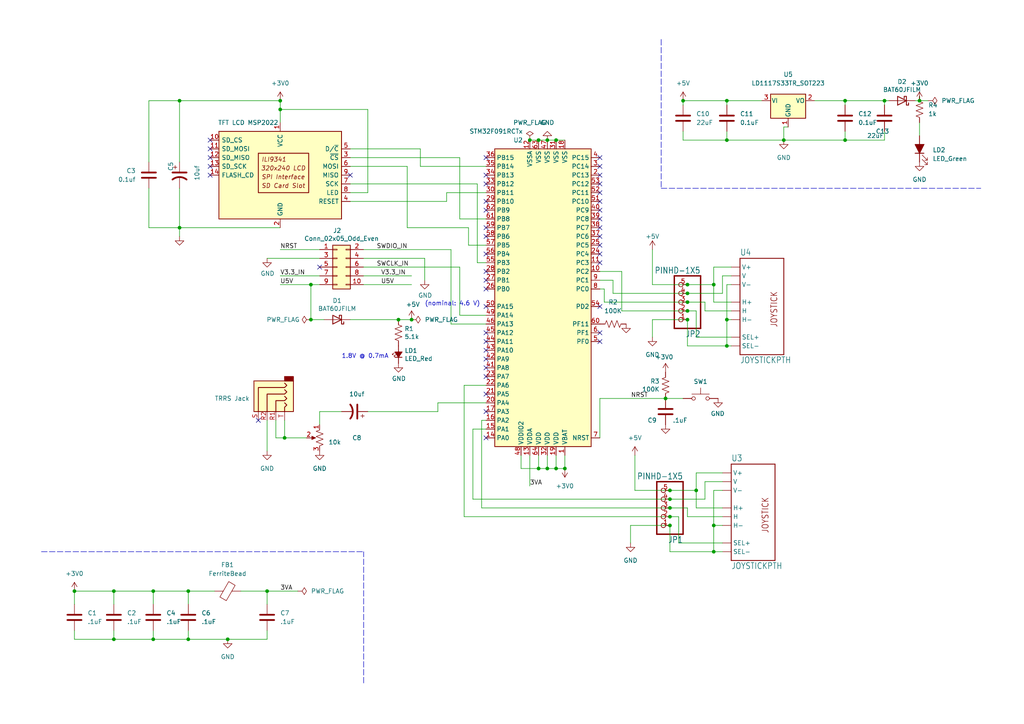
<source format=kicad_sch>
(kicad_sch (version 20211123) (generator eeschema)
  (paper "A4")
  (lib_symbols
    (symbol "Connector:AudioJack4"
      (property "Reference" "J" (at 0 8.89 0))
      (property "Value" "AudioJack4" (at 0 6.35 0))
      (symbol "AudioJack4_0_1"
        (rectangle (start -6.35 -5.08) (end -7.62 -7.62) (stroke (width 0.254)) (fill (type outline)))
        (polyline (pts (xy 0 -5.08) (xy 0.635 -5.715) (xy 1.27 -5.08) (xy 2.54 -5.08)) (stroke (width 0.254)))
        (polyline (pts (xy -5.715 -5.08) (xy -5.08 -5.715) (xy -4.445 -5.08) (xy -4.445 2.54) (xy 2.54 2.54)) (stroke (width 0.254)))
        (polyline (pts (xy -1.905 -5.08) (xy -1.27 -5.715) (xy -0.635 -5.08) (xy -0.635 -2.54) (xy 2.54 -2.54)) (stroke (width 0.254)))
        (polyline (pts (xy 2.54 0) (xy -2.54 0) (xy -2.54 -5.08) (xy -3.175 -5.715) (xy -3.81 -5.08)) (stroke (width 0.254)))
        (rectangle (start 2.54 3.81) (end -6.35 -7.62) (stroke (width 0.254)) (fill (type background)))
      )
      (symbol "AudioJack4_1_1"
        (pin passive line (at 5.08 -2.54 180) (length 2.54) (name "~") (number "R1"))
        (pin passive line (at 5.08 0 180) (length 2.54) (name "~") (number "R2"))
        (pin passive line (at 5.08 2.54 180) (length 2.54) (name "~") (number "S"))
        (pin passive line (at 5.08 -5.08 180) (length 2.54) (name "~") (number "T"))
      )
    )
    (symbol "Connector_Generic:Conn_02x05_Odd_Even" (pin_names (offset 1.016) hide)
      (property "Reference" "J" (at 1.27 7.62 0))
      (property "Value" "Conn_02x05_Odd_Even" (at 1.27 -7.62 0))
      (symbol "Conn_02x05_Odd_Even_1_1"
        (rectangle (start -1.27 -4.953) (end 0 -5.207) (stroke (width 0.1524)))
        (rectangle (start -1.27 -2.413) (end 0 -2.667) (stroke (width 0.1524)))
        (rectangle (start -1.27 0.127) (end 0 -0.127) (stroke (width 0.1524)))
        (rectangle (start -1.27 2.667) (end 0 2.413) (stroke (width 0.1524)))
        (rectangle (start -1.27 5.207) (end 0 4.953) (stroke (width 0.1524)))
        (rectangle (start -1.27 6.35) (end 3.81 -6.35) (stroke (width 0.254)) (fill (type background)))
        (rectangle (start 3.81 -4.953) (end 2.54 -5.207) (stroke (width 0.1524)))
        (rectangle (start 3.81 -2.413) (end 2.54 -2.667) (stroke (width 0.1524)))
        (rectangle (start 3.81 0.127) (end 2.54 -0.127) (stroke (width 0.1524)))
        (rectangle (start 3.81 2.667) (end 2.54 2.413) (stroke (width 0.1524)))
        (rectangle (start 3.81 5.207) (end 2.54 4.953) (stroke (width 0.1524)))
        (pin passive line (at -5.08 5.08 0) (length 3.81) (name "Pin_1") (number "1"))
        (pin passive line (at 7.62 -5.08 180) (length 3.81) (name "Pin_10") (number "10"))
        (pin passive line (at 7.62 5.08 180) (length 3.81) (name "Pin_2") (number "2"))
        (pin passive line (at -5.08 2.54 0) (length 3.81) (name "Pin_3") (number "3"))
        (pin passive line (at 7.62 2.54 180) (length 3.81) (name "Pin_4") (number "4"))
        (pin passive line (at -5.08 0 0) (length 3.81) (name "Pin_5") (number "5"))
        (pin passive line (at 7.62 0 180) (length 3.81) (name "Pin_6") (number "6"))
        (pin passive line (at -5.08 -2.54 0) (length 3.81) (name "Pin_7") (number "7"))
        (pin passive line (at 7.62 -2.54 180) (length 3.81) (name "Pin_8") (number "8"))
        (pin passive line (at -5.08 -5.08 0) (length 3.81) (name "Pin_9") (number "9"))
      )
    )
    (symbol "Device:C" (pin_numbers hide) (pin_names (offset 0.254))
      (property "Reference" "C" (at 0.635 2.54 0))
      (property "Value" "C" (at 0.635 -2.54 0))
      (symbol "C_0_1"
        (polyline (pts (xy -2.032 -0.762) (xy 2.032 -0.762)) (stroke (width 0.508)))
        (polyline (pts (xy -2.032 0.762) (xy 2.032 0.762)) (stroke (width 0.508)))
      )
      (symbol "C_1_1"
        (pin passive line (at 0 3.81 270) (length 2.794) (name "~") (number "1"))
        (pin passive line (at 0 -3.81 90) (length 2.794) (name "~") (number "2"))
      )
    )
    (symbol "Device:C_Polarized_US" (pin_numbers hide) (pin_names (offset 0.254) hide)
      (property "Reference" "C" (at 0.635 2.54 0))
      (property "Value" "C_Polarized_US" (at 0.635 -2.54 0))
      (symbol "C_Polarized_US_0_1"
        (polyline (pts (xy -2.032 0.762) (xy 2.032 0.762)) (stroke (width 0.508)))
        (polyline (pts (xy -1.778 2.286) (xy -0.762 2.286)))
        (polyline (pts (xy -1.27 1.778) (xy -1.27 2.794)))
        (arc (start 2.032 -1.27) (mid 0 -0.5572) (end -2.032 -1.27) (stroke (width 0.508)))
      )
      (symbol "C_Polarized_US_1_1"
        (pin passive line (at 0 3.81 270) (length 2.794) (name "~") (number "1"))
        (pin passive line (at 0 -3.81 90) (length 3.302) (name "~") (number "2"))
      )
    )
    (symbol "Device:FerriteBead" (pin_numbers hide) (pin_names (offset 0))
      (property "Reference" "FB" (at -3.81 0.635 90))
      (property "Value" "FerriteBead" (at 3.81 0 90))
      (symbol "FerriteBead_0_1"
        (polyline (pts (xy 0 -1.27) (xy 0 -1.2192)))
        (polyline (pts (xy 0 1.27) (xy 0 1.2954)))
        (polyline (pts (xy -2.7686 0.4064) (xy -1.7018 2.2606) (xy 2.7686 -0.3048) (xy 1.6764 -2.159) (xy -2.7686 0.4064)))
      )
      (symbol "FerriteBead_1_1"
        (pin passive line (at 0 3.81 270) (length 2.54) (name "~") (number "1"))
        (pin passive line (at 0 -3.81 90) (length 2.54) (name "~") (number "2"))
      )
    )
    (symbol "Device:LED_Filled" (pin_numbers hide) (pin_names (offset 1.016) hide)
      (property "Reference" "D" (at 0 2.54 0))
      (property "Value" "LED_Filled" (at 0 -2.54 0))
      (symbol "LED_Filled_0_1"
        (polyline (pts (xy -1.27 -1.27) (xy -1.27 1.27)) (stroke (width 0.254)))
        (polyline (pts (xy -1.27 0) (xy 1.27 0)))
        (polyline (pts (xy 1.27 -1.27) (xy 1.27 1.27) (xy -1.27 0) (xy 1.27 -1.27)) (stroke (width 0.254)) (fill (type outline)))
        (polyline (pts (xy -3.048 -0.762) (xy -4.572 -2.286) (xy -3.81 -2.286) (xy -4.572 -2.286) (xy -4.572 -1.524)))
        (polyline (pts (xy -1.778 -0.762) (xy -3.302 -2.286) (xy -2.54 -2.286) (xy -3.302 -2.286) (xy -3.302 -1.524)))
      )
      (symbol "LED_Filled_1_1"
        (pin passive line (at -3.81 0 0) (length 2.54) (name "K") (number "1"))
        (pin passive line (at 3.81 0 180) (length 2.54) (name "A") (number "2"))
      )
    )
    (symbol "Device:R_Potentiometer_US" (pin_names (offset 1.016) hide)
      (property "Reference" "RV" (at -4.445 0 90))
      (property "Value" "R_Potentiometer_US" (at -2.54 0 90))
      (symbol "R_Potentiometer_US_0_1"
        (polyline (pts (xy 0 -2.286) (xy 0 -2.54)))
        (polyline (pts (xy 0 2.54) (xy 0 2.286)))
        (polyline (pts (xy 2.54 0) (xy 1.524 0)))
        (polyline (pts (xy 1.143 0) (xy 2.286 0.508) (xy 2.286 -0.508) (xy 1.143 0)) (fill (type outline)))
        (polyline (pts (xy 0 -0.762) (xy 1.016 -1.143) (xy 0 -1.524) (xy -1.016 -1.905) (xy 0 -2.286)))
        (polyline (pts (xy 0 0.762) (xy 1.016 0.381) (xy 0 0) (xy -1.016 -0.381) (xy 0 -0.762)))
        (polyline (pts (xy 0 2.286) (xy 1.016 1.905) (xy 0 1.524) (xy -1.016 1.143) (xy 0 0.762)))
      )
      (symbol "R_Potentiometer_US_1_1"
        (pin passive line (at 0 3.81 270) (length 1.27) (name "1") (number "1"))
        (pin passive line (at 3.81 0 180) (length 1.27) (name "2") (number "2"))
        (pin passive line (at 0 -3.81 90) (length 1.27) (name "3") (number "3"))
      )
    )
    (symbol "Device:R_US" (pin_numbers hide) (pin_names (offset 0))
      (property "Reference" "R" (at 2.54 0 90))
      (property "Value" "R_US" (at -2.54 0 90))
      (symbol "R_US_0_1"
        (polyline (pts (xy 0 -2.286) (xy 0 -2.54)))
        (polyline (pts (xy 0 2.286) (xy 0 2.54)))
        (polyline (pts (xy 0 -0.762) (xy 1.016 -1.143) (xy 0 -1.524) (xy -1.016 -1.905) (xy 0 -2.286)))
        (polyline (pts (xy 0 0.762) (xy 1.016 0.381) (xy 0 0) (xy -1.016 -0.381) (xy 0 -0.762)))
        (polyline (pts (xy 0 2.286) (xy 1.016 1.905) (xy 0 1.524) (xy -1.016 1.143) (xy 0 0.762)))
      )
      (symbol "R_US_1_1"
        (pin passive line (at 0 3.81 270) (length 1.27) (name "~") (number "1"))
        (pin passive line (at 0 -3.81 90) (length 1.27) (name "~") (number "2"))
      )
    )
    (symbol "Diode:BAT60A" (pin_numbers hide) (pin_names (offset 1.016) hide)
      (property "Reference" "D" (at 0 2.54 0))
      (property "Value" "BAT60A" (at 0 -2.54 0))
      (symbol "BAT60A_0_1"
        (polyline (pts (xy 1.27 0) (xy -1.27 0)))
        (polyline (pts (xy 1.27 1.27) (xy 1.27 -1.27) (xy -1.27 0) (xy 1.27 1.27)) (stroke (width 0.254)))
        (polyline (pts (xy -1.905 0.635) (xy -1.905 1.27) (xy -1.27 1.27) (xy -1.27 -1.27) (xy -0.635 -1.27) (xy -0.635 -0.635)) (stroke (width 0.254)))
      )
      (symbol "BAT60A_1_1"
        (pin passive line (at -3.81 0 0) (length 2.54) (name "K") (number "1"))
        (pin passive line (at 3.81 0 180) (length 2.54) (name "A") (number "2"))
      )
    )
    (symbol "Driver_Display:CR2013-MI2120" (pin_names (offset 0.762))
      (property "Reference" "U" (at -17.526 13.97 0))
      (property "Value" "CR2013-MI2120" (at 1.905 13.97 0))
      (symbol "CR2013-MI2120_0_0"
        (text "320x240 LCD" (at 0.889 2.032 0) (effects (font (size 1.27 1.27) italic)))
        (text "ILI9341" (at -5.461 4.572 0) (effects (font (size 1.27 1.27) italic) (justify left)))
        (text "SD Card Slot" (at -5.461 -3.048 0) (effects (font (size 1.27 1.27) italic) (justify left)))
        (text "SPI Interface" (at -5.461 -0.508 0) (effects (font (size 1.27 1.27) italic) (justify left)))
      )
      (symbol "CR2013-MI2120_0_1"
        (rectangle (start -17.78 12.7) (end 17.78 -12.7) (stroke (width 0.254)) (fill (type background)))
        (rectangle (start -6.35 6.35) (end 8.255 -5.08) (stroke (width 0.254)))
      )
      (symbol "CR2013-MI2120_1_1"
        (pin power_in line (at 0 15.24 270) (length 2.54) (name "VCC") (number "1"))
        (pin input line (at -20.32 10.16 0) (length 2.54) (name "SD_CS") (number "10"))
        (pin input line (at -20.32 7.62 0) (length 2.54) (name "SD_MOSI") (number "11"))
        (pin output line (at -20.32 5.08 0) (length 2.54) (name "SD_MISO") (number "12"))
        (pin input line (at -20.32 2.54 0) (length 2.54) (name "SD_SCK") (number "13"))
        (pin input line (at -20.32 0 0) (length 2.54) (name "FLASH_CD") (number "14"))
        (pin power_in line (at 0 -15.24 90) (length 2.54) (name "GND") (number "2"))
        (pin input line (at 20.32 5.08 180) (length 2.54) (name "~{CS}") (number "3"))
        (pin input line (at 20.32 -7.62 180) (length 2.54) (name "RESET") (number "4"))
        (pin input line (at 20.32 7.62 180) (length 2.54) (name "D/~{C}") (number "5"))
        (pin input line (at 20.32 2.54 180) (length 2.54) (name "MOSI") (number "6"))
        (pin input line (at 20.32 -2.54 180) (length 2.54) (name "SCK") (number "7"))
        (pin input line (at 20.32 -5.08 180) (length 2.54) (name "LED") (number "8"))
        (pin output line (at 20.32 0 180) (length 2.54) (name "MISO") (number "9"))
      )
    )
    (symbol "MCU_ST_STM32F0:STM32F091RCTx"
      (property "Reference" "U" (at -15.24 44.45 0))
      (property "Value" "STM32F091RCTx" (at 7.62 44.45 0))
      (symbol "STM32F091RCTx_0_1"
        (rectangle (start -15.24 -43.18) (end 12.7 43.18) (stroke (width 0.254)) (fill (type background)))
      )
      (symbol "STM32F091RCTx_1_1"
        (pin power_in line (at -7.62 45.72 270) (length 2.54) (name "VBAT") (number "1"))
        (pin bidirectional line (at -17.78 -7.62 0) (length 2.54) (name "PC2") (number "10"))
        (pin bidirectional line (at -17.78 -10.16 0) (length 2.54) (name "PC3") (number "11"))
        (pin power_in line (at 2.54 -45.72 90) (length 2.54) (name "VSSA") (number "12"))
        (pin power_in line (at 2.54 45.72 270) (length 2.54) (name "VDDA") (number "13"))
        (pin bidirectional line (at 15.24 40.64 180) (length 2.54) (name "PA0") (number "14"))
        (pin bidirectional line (at 15.24 38.1 180) (length 2.54) (name "PA1") (number "15"))
        (pin bidirectional line (at 15.24 35.56 180) (length 2.54) (name "PA2") (number "16"))
        (pin bidirectional line (at 15.24 33.02 180) (length 2.54) (name "PA3") (number "17"))
        (pin power_in line (at -7.62 -45.72 90) (length 2.54) (name "VSS") (number "18"))
        (pin power_in line (at -5.08 45.72 270) (length 2.54) (name "VDD") (number "19"))
        (pin bidirectional line (at -17.78 -35.56 0) (length 2.54) (name "PC13") (number "2"))
        (pin bidirectional line (at 15.24 30.48 180) (length 2.54) (name "PA4") (number "20"))
        (pin bidirectional line (at 15.24 27.94 180) (length 2.54) (name "PA5") (number "21"))
        (pin bidirectional line (at 15.24 25.4 180) (length 2.54) (name "PA6") (number "22"))
        (pin bidirectional line (at 15.24 22.86 180) (length 2.54) (name "PA7") (number "23"))
        (pin bidirectional line (at -17.78 -12.7 0) (length 2.54) (name "PC4") (number "24"))
        (pin bidirectional line (at -17.78 -15.24 0) (length 2.54) (name "PC5") (number "25"))
        (pin bidirectional line (at 15.24 -2.54 180) (length 2.54) (name "PB0") (number "26"))
        (pin bidirectional line (at 15.24 -5.08 180) (length 2.54) (name "PB1") (number "27"))
        (pin bidirectional line (at 15.24 -7.62 180) (length 2.54) (name "PB2") (number "28"))
        (pin bidirectional line (at 15.24 -27.94 180) (length 2.54) (name "PB10") (number "29"))
        (pin bidirectional line (at -17.78 -38.1 0) (length 2.54) (name "PC14") (number "3"))
        (pin bidirectional line (at 15.24 -30.48 180) (length 2.54) (name "PB11") (number "30"))
        (pin power_in line (at -5.08 -45.72 90) (length 2.54) (name "VSS") (number "31"))
        (pin power_in line (at -2.54 45.72 270) (length 2.54) (name "VDD") (number "32"))
        (pin bidirectional line (at 15.24 -33.02 180) (length 2.54) (name "PB12") (number "33"))
        (pin bidirectional line (at 15.24 -35.56 180) (length 2.54) (name "PB13") (number "34"))
        (pin bidirectional line (at 15.24 -38.1 180) (length 2.54) (name "PB14") (number "35"))
        (pin bidirectional line (at 15.24 -40.64 180) (length 2.54) (name "PB15") (number "36"))
        (pin bidirectional line (at -17.78 -17.78 0) (length 2.54) (name "PC6") (number "37"))
        (pin bidirectional line (at -17.78 -20.32 0) (length 2.54) (name "PC7") (number "38"))
        (pin bidirectional line (at -17.78 -22.86 0) (length 2.54) (name "PC8") (number "39"))
        (pin bidirectional line (at -17.78 -40.64 0) (length 2.54) (name "PC15") (number "4"))
        (pin bidirectional line (at -17.78 -25.4 0) (length 2.54) (name "PC9") (number "40"))
        (pin bidirectional line (at 15.24 20.32 180) (length 2.54) (name "PA8") (number "41"))
        (pin bidirectional line (at 15.24 17.78 180) (length 2.54) (name "PA9") (number "42"))
        (pin bidirectional line (at 15.24 15.24 180) (length 2.54) (name "PA10") (number "43"))
        (pin bidirectional line (at 15.24 12.7 180) (length 2.54) (name "PA11") (number "44"))
        (pin bidirectional line (at 15.24 10.16 180) (length 2.54) (name "PA12") (number "45"))
        (pin bidirectional line (at 15.24 7.62 180) (length 2.54) (name "PA13") (number "46"))
        (pin power_in line (at -2.54 -45.72 90) (length 2.54) (name "VSS") (number "47"))
        (pin power_in line (at 5.08 45.72 270) (length 2.54) (name "VDDIO2") (number "48"))
        (pin bidirectional line (at 15.24 5.08 180) (length 2.54) (name "PA14") (number "49"))
        (pin input line (at -17.78 12.7 0) (length 2.54) (name "PF0") (number "5"))
        (pin bidirectional line (at 15.24 2.54 180) (length 2.54) (name "PA15") (number "50"))
        (pin bidirectional line (at -17.78 -27.94 0) (length 2.54) (name "PC10") (number "51"))
        (pin bidirectional line (at -17.78 -30.48 0) (length 2.54) (name "PC11") (number "52"))
        (pin bidirectional line (at -17.78 -33.02 0) (length 2.54) (name "PC12") (number "53"))
        (pin bidirectional line (at -17.78 2.54 0) (length 2.54) (name "PD2") (number "54"))
        (pin bidirectional line (at 15.24 -10.16 180) (length 2.54) (name "PB3") (number "55"))
        (pin bidirectional line (at 15.24 -12.7 180) (length 2.54) (name "PB4") (number "56"))
        (pin bidirectional line (at 15.24 -15.24 180) (length 2.54) (name "PB5") (number "57"))
        (pin bidirectional line (at 15.24 -17.78 180) (length 2.54) (name "PB6") (number "58"))
        (pin bidirectional line (at 15.24 -20.32 180) (length 2.54) (name "PB7") (number "59"))
        (pin input line (at -17.78 10.16 0) (length 2.54) (name "PF1") (number "6"))
        (pin bidirectional line (at -17.78 7.62 0) (length 2.54) (name "PF11") (number "60"))
        (pin bidirectional line (at 15.24 -22.86 180) (length 2.54) (name "PB8") (number "61"))
        (pin bidirectional line (at 15.24 -25.4 180) (length 2.54) (name "PB9") (number "62"))
        (pin power_in line (at 0 -45.72 90) (length 2.54) (name "VSS") (number "63"))
        (pin power_in line (at 0 45.72 270) (length 2.54) (name "VDD") (number "64"))
        (pin input line (at -17.78 40.64 0) (length 2.54) (name "NRST") (number "7"))
        (pin bidirectional line (at -17.78 -2.54 0) (length 2.54) (name "PC0") (number "8"))
        (pin bidirectional line (at -17.78 -5.08 0) (length 2.54) (name "PC1") (number "9"))
      )
    )
    (symbol "Regulator_Linear:LD1117S33TR_SOT223" (pin_names (offset 0.254))
      (property "Reference" "U" (at -3.81 3.175 0))
      (property "Value" "LD1117S33TR_SOT223" (at 0 3.175 0))
      (symbol "LD1117S33TR_SOT223_0_1"
        (rectangle (start -5.08 -5.08) (end 5.08 1.905) (stroke (width 0.254)) (fill (type background)))
      )
      (symbol "LD1117S33TR_SOT223_1_1"
        (pin power_in line (at 0 -7.62 90) (length 2.54) (name "GND") (number "1"))
        (pin power_out line (at 7.62 0 180) (length 2.54) (name "VO") (number "2"))
        (pin power_in line (at -7.62 0 0) (length 2.54) (name "VI") (number "3"))
      )
    )
    (symbol "Switch:SW_Push" (pin_numbers hide) (pin_names (offset 1.016) hide)
      (property "Reference" "SW" (at 1.27 2.54 0))
      (property "Value" "SW_Push" (at 0 -1.524 0))
      (symbol "SW_Push_0_1"
        (circle (center -2.032 0) (radius 0.508))
        (polyline (pts (xy 0 1.27) (xy 0 3.048)))
        (polyline (pts (xy 2.54 1.27) (xy -2.54 1.27)))
        (circle (center 2.032 0) (radius 0.508))
        (pin passive line (at -5.08 0 0) (length 2.54) (name "1") (number "1"))
        (pin passive line (at 5.08 0 180) (length 2.54) (name "2") (number "2"))
      )
    )
    (symbol "joystick-eagle-import:JOYSTICKPTH"
      (property "Reference" "U" (at -7.62 13.462 0))
      (property "Value" "JOYSTICKPTH" (at -7.62 -17.78 0))
      (symbol "JOYSTICKPTH_1_0"
        (polyline (pts (xy -7.62 -15.24) (xy -7.62 12.7)) (stroke (width 0.254)))
        (polyline (pts (xy -7.62 12.7) (xy 5.08 12.7)) (stroke (width 0.254)))
        (polyline (pts (xy 5.08 -15.24) (xy -7.62 -15.24)) (stroke (width 0.254)))
        (polyline (pts (xy 5.08 12.7) (xy 5.08 -15.24)) (stroke (width 0.254)))
        (text "JOYSTICK" (at 3.302 -7.366 900) (effects (font (size 1.778 1.5113)) (justify left bottom)))
        (pin bidirectional line (at -10.16 -10.16 0) (length 2.54) (name "SEL+") (number "B1A"))
        (pin bidirectional line (at -10.16 -12.7 0) (length 2.54) (name "SEL-") (number "B2A"))
        (pin bidirectional line (at -10.16 0 0) (length 2.54) (name "H+") (number "H1"))
        (pin bidirectional line (at -10.16 -2.54 0) (length 2.54) (name "H") (number "H2"))
        (pin bidirectional line (at -10.16 -5.08 0) (length 2.54) (name "H-") (number "H3"))
        (pin bidirectional line (at -10.16 10.16 0) (length 2.54) (name "V+") (number "V1"))
        (pin bidirectional line (at -10.16 7.62 0) (length 2.54) (name "V") (number "V2"))
        (pin bidirectional line (at -10.16 5.08 0) (length 2.54) (name "V-") (number "V3"))
      )
    )
    (symbol "joystick-eagle-import:PINHD-1X5"
      (property "Reference" "JP" (at -6.35 8.255 0))
      (property "Value" "PINHD-1X5" (at -6.35 -10.16 0))
      (symbol "PINHD-1X5_1_0"
        (polyline (pts (xy -6.35 -7.62) (xy 1.27 -7.62)) (stroke (width 0.4064)))
        (polyline (pts (xy -6.35 7.62) (xy -6.35 -7.62)) (stroke (width 0.4064)))
        (polyline (pts (xy 1.27 -7.62) (xy 1.27 7.62)) (stroke (width 0.4064)))
        (polyline (pts (xy 1.27 7.62) (xy -6.35 7.62)) (stroke (width 0.4064)))
        (pin passive inverted (at -2.54 5.08 0) (length 2.54) (name "1") (number "1"))
        (pin passive inverted (at -2.54 2.54 0) (length 2.54) (name "2") (number "2"))
        (pin passive inverted (at -2.54 0 0) (length 2.54) (name "3") (number "3"))
        (pin passive inverted (at -2.54 -2.54 0) (length 2.54) (name "4") (number "4"))
        (pin passive inverted (at -2.54 -5.08 0) (length 2.54) (name "5") (number "5"))
      )
    )
    (symbol "power:+3V0" (power) (pin_names (offset 0))
      (property "Value" "+3V0" (at 0 3.556 0))
      (symbol "+3V0_0_1"
        (polyline (pts (xy -0.762 1.27) (xy 0 2.54)))
        (polyline (pts (xy 0 0) (xy 0 2.54)))
        (polyline (pts (xy 0 2.54) (xy 0.762 1.27)))
      )
      (symbol "+3V0_1_1"
        (pin power_in line (at 0 0 90) (length 0) hide (name "+3V0") (number "1"))
      )
    )
    (symbol "power:+5V" (power) (pin_names (offset 0))
      (property "Value" "+5V" (at 0 3.556 0))
      (symbol "+5V_0_1"
        (polyline (pts (xy -0.762 1.27) (xy 0 2.54)))
        (polyline (pts (xy 0 0) (xy 0 2.54)))
        (polyline (pts (xy 0 2.54) (xy 0.762 1.27)))
      )
      (symbol "+5V_1_1"
        (pin power_in line (at 0 0 90) (length 0) hide (name "+5V") (number "1"))
      )
    )
    (symbol "power:GND" (power) (pin_names (offset 0))
      (property "Value" "GND" (at 0 -3.81 0))
      (symbol "GND_0_1"
        (polyline (pts (xy 0 0) (xy 0 -1.27) (xy 1.27 -1.27) (xy 0 -2.54) (xy -1.27 -1.27) (xy 0 -1.27)))
      )
      (symbol "GND_1_1"
        (pin power_in line (at 0 0 270) (length 0) hide (name "GND") (number "1"))
      )
    )
    (symbol "power:PWR_FLAG" (power) (pin_numbers hide) (pin_names (offset 0) hide)
      (property "Value" "PWR_FLAG" (at 0 3.81 0))
      (symbol "PWR_FLAG_0_0"
        (pin power_out line (at 0 0 90) (length 0) (name "pwr") (number "1"))
      )
      (symbol "PWR_FLAG_0_1"
        (polyline (pts (xy 0 0) (xy 0 1.27) (xy -1.016 1.905) (xy 0 2.54) (xy 1.016 1.905) (xy 0 1.27)))
      )
    )
    (symbol "stm32f091-rescue:LED_Small_ALT-Device" (pin_numbers hide) (pin_names (offset 0.254) hide)
      (property "Reference" "D" (at -1.27 3.175 0))
      (property "Value" "LED_Small_ALT-Device" (at -4.445 -2.54 0))
      (symbol "LED_Small_ALT-Device_0_1"
        (polyline (pts (xy -0.762 -1.016) (xy -0.762 1.016)) (stroke (width 0.254)))
        (polyline (pts (xy 1.016 0) (xy -0.762 0)))
        (polyline (pts (xy 0.762 -1.016) (xy -0.762 0) (xy 0.762 1.016) (xy 0.762 -1.016)) (stroke (width 0.254)) (fill (type outline)))
        (polyline (pts (xy 0 0.762) (xy -0.508 1.27) (xy -0.254 1.27) (xy -0.508 1.27) (xy -0.508 1.016)))
        (polyline (pts (xy 0.508 1.27) (xy 0 1.778) (xy 0.254 1.778) (xy 0 1.778) (xy 0 1.524)))
      )
      (symbol "LED_Small_ALT-Device_1_1"
        (pin passive line (at -2.54 0 0) (length 1.778) (name "K") (number "1"))
        (pin passive line (at 2.54 0 180) (length 1.778) (name "A") (number "2"))
      )
    )
  )
  (junction (at 156.21 135.89))
  (junction (at 54.61 171.45))
  (junction (at 198.12 29.21))
  (junction (at 199.39 92.71))
  (junction (at 156.21 40.64))
  (junction (at 115.57 92.71))
  (junction (at 161.29 135.89))
  (junction (at 194.31 142.24))
  (junction (at 21.59 171.45))
  (junction (at 245.11 40.64))
  (junction (at 90.17 92.71))
  (junction (at 193.04 115.57))
  (junction (at 66.04 185.42))
  (junction (at 207.01 152.4))
  (junction (at 194.31 147.32))
  (junction (at 210.82 92.71))
  (junction (at 210.82 29.21))
  (junction (at 44.45 171.45))
  (junction (at 194.31 152.4))
  (junction (at 201.93 142.24))
  (junction (at 158.75 40.64))
  (junction (at 256.54 29.21))
  (junction (at 161.29 40.64))
  (junction (at 44.45 185.42))
  (junction (at 245.11 29.21))
  (junction (at 266.7 29.21))
  (junction (at 33.02 185.42))
  (junction (at 33.02 171.45))
  (junction (at 82.55 127))
  (junction (at 52.07 66.04))
  (junction (at 81.28 29.21))
  (junction (at 199.39 85.09))
  (junction (at 199.39 87.63))
  (junction (at 163.83 135.89))
  (junction (at 207.01 82.55))
  (junction (at 52.07 29.21))
  (junction (at 158.75 135.89))
  (junction (at 227.33 40.64))
  (junction (at 210.82 100.33))
  (junction (at 199.39 82.55))
  (junction (at 90.17 82.55))
  (junction (at 77.47 171.45))
  (junction (at 199.39 90.17))
  (junction (at 207.01 160.02))
  (junction (at 194.31 144.78))
  (junction (at 119.38 92.71))
  (junction (at 210.82 40.64))
  (junction (at 54.61 185.42))
  (junction (at 81.28 31.75))
  (junction (at 194.31 149.86))
  (junction (at 153.67 40.64))
  (no_connect (at 74.93 121.92))
  (no_connect (at 60.96 50.8))
  (no_connect (at 60.96 48.26))
  (no_connect (at 60.96 45.72))
  (no_connect (at 60.96 43.18))
  (no_connect (at 60.96 40.64))
  (no_connect (at 101.6 50.8))
  (no_connect (at 173.99 99.06))
  (no_connect (at 173.99 88.9))
  (no_connect (at 173.99 96.52))
  (no_connect (at 140.97 114.3))
  (no_connect (at 140.97 119.38))
  (no_connect (at 140.97 104.14))
  (no_connect (at 140.97 127))
  (no_connect (at 173.99 63.5))
  (no_connect (at 173.99 60.96))
  (no_connect (at 173.99 58.42))
  (no_connect (at 173.99 48.26))
  (no_connect (at 173.99 50.8))
  (no_connect (at 173.99 45.72))
  (no_connect (at 173.99 55.88))
  (no_connect (at 173.99 53.34))
  (no_connect (at 173.99 66.04))
  (no_connect (at 173.99 68.58))
  (no_connect (at 173.99 76.2))
  (no_connect (at 173.99 71.12))
  (no_connect (at 173.99 73.66))
  (no_connect (at 140.97 88.9))
  (no_connect (at 140.97 81.28))
  (no_connect (at 140.97 83.82))
  (no_connect (at 140.97 96.52))
  (no_connect (at 140.97 78.74))
  (no_connect (at 140.97 109.22))
  (no_connect (at 140.97 99.06))
  (no_connect (at 140.97 106.68))
  (no_connect (at 140.97 101.6))
  (no_connect (at 140.97 73.66))
  (no_connect (at 140.97 68.58))
  (no_connect (at 140.97 45.72))
  (no_connect (at 140.97 58.42))
  (no_connect (at 140.97 60.96))
  (no_connect (at 140.97 50.8))
  (no_connect (at 140.97 53.34))
  (no_connect (at 140.97 66.04))
  (no_connect (at 92.71 77.47))
  (wire (pts (xy 265.43 29.21) (xy 266.7 29.21)))
  (wire (pts (xy 256.54 29.21) (xy 257.81 29.21)))
  (wire (pts (xy 266.7 27.94) (xy 266.7 29.21)))
  (wire (pts (xy 77.47 121.92) (xy 77.47 130.81)))
  (wire (pts (xy 121.92 43.18) (xy 121.92 48.26)))
  (wire (pts (xy 92.71 82.55) (xy 90.17 82.55)))
  (wire (pts (xy 135.89 71.12) (xy 140.97 71.12)))
  (wire (pts (xy 130.81 93.98) (xy 130.81 72.39)))
  (wire (pts (xy 209.55 85.09) (xy 209.55 80.01)))
  (wire (pts (xy 80.01 127) (xy 80.01 121.92)))
  (wire (pts (xy 180.34 90.17) (xy 180.34 78.74)))
  (wire (pts (xy 33.02 171.45) (xy 44.45 171.45)))
  (wire (pts (xy 227.33 36.83) (xy 228.6 36.83)))
  (wire (pts (xy 210.82 40.64) (xy 227.33 40.64)))
  (wire (pts (xy 44.45 185.42) (xy 54.61 185.42)))
  (wire (pts (xy 209.55 157.48) (xy 196.85 157.48)))
  (wire (pts (xy 201.93 137.16) (xy 201.93 142.24)))
  (wire (pts (xy 198.12 29.21) (xy 198.12 30.48)))
  (wire (pts (xy 134.62 149.86) (xy 134.62 111.76)))
  (wire (pts (xy 210.82 38.1) (xy 210.82 40.64)))
  (wire (pts (xy 134.62 111.76) (xy 140.97 111.76)))
  (wire (pts (xy 106.68 119.38) (xy 127 119.38)))
  (wire (pts (xy 101.6 53.34) (xy 138.43 53.34)))
  (wire (pts (xy 137.16 144.78) (xy 194.31 144.78)))
  (wire (pts (xy 153.67 132.08) (xy 153.67 140.97)))
  (wire (pts (xy 198.12 29.21) (xy 210.82 29.21)))
  (wire (pts (xy 199.39 87.63) (xy 204.47 87.63)))
  (wire (pts (xy 130.81 93.98) (xy 140.97 93.98)))
  (wire (pts (xy 138.43 53.34) (xy 138.43 76.2)))
  (wire (pts (xy 156.21 40.64) (xy 158.75 40.64)))
  (wire (pts (xy 158.75 135.89) (xy 161.29 135.89)))
  (wire (pts (xy 105.41 72.39) (xy 130.81 72.39)))
  (polyline (pts (xy 191.77 54.61) (xy 284.48 54.61)))
  (wire (pts (xy 139.7 147.32) (xy 194.31 147.32)))
  (wire (pts (xy 245.11 29.21) (xy 245.11 30.48)))
  (wire (pts (xy 173.99 78.74) (xy 180.34 78.74)))
  (wire (pts (xy 194.31 160.02) (xy 207.01 160.02)))
  (wire (pts (xy 151.13 132.08) (xy 151.13 135.89)))
  (wire (pts (xy 54.61 171.45) (xy 62.23 171.45)))
  (wire (pts (xy 139.7 121.92) (xy 140.97 121.92)))
  (wire (pts (xy 177.8 85.09) (xy 177.8 81.28)))
  (wire (pts (xy 52.07 66.04) (xy 43.18 66.04)))
  (wire (pts (xy 101.6 45.72) (xy 133.35 45.72)))
  (wire (pts (xy 106.68 55.88) (xy 106.68 31.75)))
  (wire (pts (xy 194.31 142.24) (xy 201.93 142.24)))
  (wire (pts (xy 133.35 45.72) (xy 133.35 63.5)))
  (wire (pts (xy 194.31 144.78) (xy 204.47 144.78)))
  (wire (pts (xy 175.26 87.63) (xy 175.26 83.82)))
  (wire (pts (xy 210.82 29.21) (xy 220.98 29.21)))
  (wire (pts (xy 92.71 80.01) (xy 81.28 80.01)))
  (wire (pts (xy 227.33 40.64) (xy 245.11 40.64)))
  (wire (pts (xy 210.82 82.55) (xy 210.82 92.71)))
  (wire (pts (xy 156.21 132.08) (xy 156.21 135.89)))
  (wire (pts (xy 161.29 135.89) (xy 163.83 135.89)))
  (wire (pts (xy 184.15 142.24) (xy 194.31 142.24)))
  (wire (pts (xy 173.99 127) (xy 173.99 115.57)))
  (wire (pts (xy 177.8 85.09) (xy 199.39 85.09)))
  (wire (pts (xy 127 116.84) (xy 140.97 116.84)))
  (wire (pts (xy 138.43 76.2) (xy 140.97 76.2)))
  (wire (pts (xy 198.12 38.1) (xy 198.12 40.64)))
  (wire (pts (xy 227.33 40.64) (xy 227.33 36.83)))
  (wire (pts (xy 127 119.38) (xy 127 116.84)))
  (wire (pts (xy 207.01 82.55) (xy 207.01 87.63)))
  (wire (pts (xy 161.29 40.64) (xy 163.83 40.64)))
  (wire (pts (xy 135.89 66.04) (xy 135.89 71.12)))
  (wire (pts (xy 266.7 29.21) (xy 269.24 29.21)))
  (wire (pts (xy 21.59 171.45) (xy 33.02 171.45)))
  (wire (pts (xy 196.85 149.86) (xy 194.31 149.86)))
  (wire (pts (xy 189.23 82.55) (xy 189.23 72.39)))
  (wire (pts (xy 209.55 80.01) (xy 212.09 80.01)))
  (wire (pts (xy 99.06 119.38) (xy 92.71 119.38)))
  (wire (pts (xy 44.45 175.26) (xy 44.45 171.45)))
  (wire (pts (xy 33.02 185.42) (xy 44.45 185.42)))
  (wire (pts (xy 199.39 147.32) (xy 199.39 149.86)))
  (wire (pts (xy 204.47 87.63) (xy 204.47 90.17)))
  (wire (pts (xy 52.07 54.61) (xy 52.07 66.04)))
  (wire (pts (xy 21.59 185.42) (xy 33.02 185.42)))
  (wire (pts (xy 173.99 83.82) (xy 175.26 83.82)))
  (wire (pts (xy 82.55 127) (xy 80.01 127)))
  (wire (pts (xy 245.11 40.64) (xy 256.54 40.64)))
  (wire (pts (xy 44.45 182.88) (xy 44.45 185.42)))
  (wire (pts (xy 101.6 58.42) (xy 129.54 58.42)))
  (wire (pts (xy 180.34 90.17) (xy 199.39 90.17)))
  (wire (pts (xy 207.01 142.24) (xy 207.01 152.4)))
  (wire (pts (xy 90.17 92.71) (xy 93.98 92.71)))
  (wire (pts (xy 81.28 29.21) (xy 81.28 31.75)))
  (wire (pts (xy 184.15 142.24) (xy 184.15 132.08)))
  (wire (pts (xy 92.71 72.39) (xy 81.28 72.39)))
  (wire (pts (xy 134.62 149.86) (xy 194.31 149.86)))
  (wire (pts (xy 196.85 157.48) (xy 196.85 149.86)))
  (wire (pts (xy 133.35 91.44) (xy 133.35 77.47)))
  (wire (pts (xy 156.21 135.89) (xy 158.75 135.89)))
  (wire (pts (xy 201.93 142.24) (xy 201.93 147.32)))
  (wire (pts (xy 33.02 182.88) (xy 33.02 185.42)))
  (wire (pts (xy 210.82 92.71) (xy 210.82 100.33)))
  (wire (pts (xy 77.47 74.93) (xy 92.71 74.93)))
  (wire (pts (xy 194.31 152.4) (xy 194.31 160.02)))
  (wire (pts (xy 129.54 55.88) (xy 140.97 55.88)))
  (wire (pts (xy 201.93 147.32) (xy 209.55 147.32)))
  (wire (pts (xy 210.82 29.21) (xy 210.82 30.48)))
  (wire (pts (xy 90.17 82.55) (xy 81.28 82.55)))
  (wire (pts (xy 69.85 171.45) (xy 77.47 171.45)))
  (wire (pts (xy 21.59 182.88) (xy 21.59 185.42)))
  (wire (pts (xy 81.28 66.04) (xy 52.07 66.04)))
  (polyline (pts (xy 105.4771 198.0976) (xy 105.4771 160.02)))
  (wire (pts (xy 245.11 29.21) (xy 256.54 29.21)))
  (wire (pts (xy 90.17 82.55) (xy 90.17 92.71)))
  (wire (pts (xy 199.39 85.09) (xy 209.55 85.09)))
  (wire (pts (xy 81.28 31.75) (xy 81.28 35.56)))
  (wire (pts (xy 256.54 40.64) (xy 256.54 38.1)))
  (wire (pts (xy 54.61 182.88) (xy 54.61 185.42)))
  (wire (pts (xy 101.6 48.26) (xy 118.11 48.26)))
  (wire (pts (xy 173.99 115.57) (xy 193.04 115.57)))
  (wire (pts (xy 133.35 63.5) (xy 140.97 63.5)))
  (wire (pts (xy 137.16 124.46) (xy 140.97 124.46)))
  (wire (pts (xy 101.6 55.88) (xy 106.68 55.88)))
  (wire (pts (xy 198.12 115.57) (xy 193.04 115.57)))
  (wire (pts (xy 207.01 152.4) (xy 207.01 160.02)))
  (wire (pts (xy 199.39 92.71) (xy 199.39 100.33)))
  (wire (pts (xy 133.35 91.44) (xy 140.97 91.44)))
  (polyline (pts (xy 191.77 11.43) (xy 191.77 54.61)))
  (wire (pts (xy 123.19 81.28) (xy 123.19 74.93)))
  (wire (pts (xy 54.61 175.26) (xy 54.61 171.45)))
  (wire (pts (xy 105.41 77.47) (xy 133.35 77.47)))
  (wire (pts (xy 245.11 38.1) (xy 245.11 40.64)))
  (wire (pts (xy 54.61 185.42) (xy 66.04 185.42)))
  (wire (pts (xy 43.18 54.61) (xy 43.18 66.04)))
  (wire (pts (xy 266.7 35.56) (xy 266.7 39.37)))
  (wire (pts (xy 52.07 29.21) (xy 43.18 29.21)))
  (wire (pts (xy 119.38 92.71) (xy 115.57 92.71)))
  (wire (pts (xy 101.6 43.18) (xy 121.92 43.18)))
  (wire (pts (xy 121.92 48.26) (xy 140.97 48.26)))
  (wire (pts (xy 189.23 92.71) (xy 199.39 92.71)))
  (wire (pts (xy 194.31 147.32) (xy 199.39 147.32)))
  (wire (pts (xy 52.07 29.21) (xy 52.07 46.99)))
  (wire (pts (xy 77.47 171.45) (xy 77.47 175.26)))
  (wire (pts (xy 86.36 171.45) (xy 77.47 171.45)))
  (wire (pts (xy 88.9 127) (xy 82.55 127)))
  (wire (pts (xy 201.93 97.79) (xy 201.93 90.17)))
  (wire (pts (xy 207.01 160.02) (xy 209.55 160.02)))
  (wire (pts (xy 163.83 132.08) (xy 163.83 135.89)))
  (wire (pts (xy 210.82 92.71) (xy 212.09 92.71)))
  (wire (pts (xy 66.04 185.42) (xy 77.47 185.42)))
  (wire (pts (xy 175.26 87.63) (xy 199.39 87.63)))
  (wire (pts (xy 199.39 149.86) (xy 209.55 149.86)))
  (wire (pts (xy 158.75 40.64) (xy 161.29 40.64)))
  (wire (pts (xy 52.07 66.04) (xy 52.07 68.58)))
  (polyline (pts (xy 12.0145 160.02) (xy 105.4771 160.02)))
  (wire (pts (xy 158.75 132.08) (xy 158.75 135.89)))
  (wire (pts (xy 129.54 58.42) (xy 129.54 55.88)))
  (wire (pts (xy 92.71 119.38) (xy 92.71 123.19)))
  (wire (pts (xy 77.47 185.42) (xy 77.47 182.88)))
  (wire (pts (xy 161.29 132.08) (xy 161.29 135.89)))
  (wire (pts (xy 21.59 175.26) (xy 21.59 171.45)))
  (wire (pts (xy 207.01 152.4) (xy 209.55 152.4)))
  (wire (pts (xy 204.47 90.17) (xy 212.09 90.17)))
  (wire (pts (xy 115.57 92.71) (xy 101.6 92.71)))
  (wire (pts (xy 182.88 152.4) (xy 194.31 152.4)))
  (wire (pts (xy 199.39 100.33) (xy 210.82 100.33)))
  (wire (pts (xy 204.47 139.7) (xy 209.55 139.7)))
  (wire (pts (xy 189.23 82.55) (xy 199.39 82.55)))
  (wire (pts (xy 118.11 66.04) (xy 135.89 66.04)))
  (wire (pts (xy 189.23 92.71) (xy 189.23 97.79)))
  (wire (pts (xy 199.39 82.55) (xy 207.01 82.55)))
  (wire (pts (xy 199.39 90.17) (xy 201.93 90.17)))
  (wire (pts (xy 236.22 29.21) (xy 245.11 29.21)))
  (wire (pts (xy 43.18 29.21) (xy 43.18 46.99)))
  (wire (pts (xy 212.09 77.47) (xy 207.01 77.47)))
  (wire (pts (xy 212.09 97.79) (xy 201.93 97.79)))
  (wire (pts (xy 182.88 152.4) (xy 182.88 157.48)))
  (wire (pts (xy 177.8 81.28) (xy 173.99 81.28)))
  (wire (pts (xy 105.41 74.93) (xy 123.19 74.93)))
  (wire (pts (xy 137.16 124.46) (xy 137.16 144.78)))
  (wire (pts (xy 207.01 77.47) (xy 207.01 82.55)))
  (wire (pts (xy 212.09 82.55) (xy 210.82 82.55)))
  (wire (pts (xy 118.11 48.26) (xy 118.11 66.04)))
  (wire (pts (xy 139.7 147.32) (xy 139.7 121.92)))
  (wire (pts (xy 44.45 171.45) (xy 54.61 171.45)))
  (wire (pts (xy 204.47 144.78) (xy 204.47 139.7)))
  (wire (pts (xy 105.41 82.55) (xy 119.38 82.55)))
  (wire (pts (xy 82.55 127) (xy 82.55 121.92)))
  (wire (pts (xy 207.01 87.63) (xy 212.09 87.63)))
  (wire (pts (xy 153.67 40.64) (xy 156.21 40.64)))
  (wire (pts (xy 209.55 142.24) (xy 207.01 142.24)))
  (wire (pts (xy 209.55 137.16) (xy 201.93 137.16)))
  (wire (pts (xy 106.68 31.75) (xy 81.28 31.75)))
  (wire (pts (xy 151.13 135.89) (xy 156.21 135.89)))
  (wire (pts (xy 210.82 100.33) (xy 212.09 100.33)))
  (wire (pts (xy 105.41 80.01) (xy 119.38 80.01)))
  (wire (pts (xy 198.12 40.64) (xy 210.82 40.64)))
  (wire (pts (xy 33.02 171.45) (xy 33.02 175.26)))
  (wire (pts (xy 256.54 29.21) (xy 256.54 30.48)))
  (wire (pts (xy 81.28 29.21) (xy 52.07 29.21)))
  (text "(nominal: 4.6 V)" (at 123.19 88.9 0) (effects (font (size 1.27 1.27)) (justify left bottom)))
  (text "1.8V @ 0.7mA" (at 99.06 104.14 0) (effects (font (size 1.27 1.27)) (justify left bottom)))
  (label "3VA" (at 153.67 140.97 0))
  (label "U5V" (at 110.49 82.55 0))
  (label "NRST" (at 187.96 115.57 180))
  (label "SWCLK_IN" (at 109.22 77.47 0))
  (label "SWDIO_IN" (at 109.22 72.39 0))
  (label "V3.3_IN" (at 81.28 80.01 0))
  (label "3VA" (at 81.28 171.45 0))
  (label "NRST" (at 81.28 72.39 0))
  (label "U5V" (at 81.28 82.55 0))
  (label "V3.3_IN" (at 110.49 80.01 0))
  (symbol (lib_id "Device:C") (at 193.04 119.38 0) (mirror y) (unit 1)
    (property "Reference" "C9" (at 190.5 121.92 0) (effects (justify left)))
    (property "Value" ".1uF" (at 199.39 121.92 0) (effects (justify left)))
    (property "Footprint" "Capacitor_SMD:C_0805_2012Metric" (effects hide))
  )
  (symbol (lib_id "power:+3V0") (at 193.04 107.95 0) (mirror y) (unit 1)
    (property "Reference" "#PWR018" (effects hide))
    (property "Value" "+3V0" (at 192.659 103.5558 0))
  )
  (symbol (lib_id "power:+3V0") (at 163.83 135.89 0) (mirror x) (unit 1)
    (property "Reference" "#PWR012" (effects hide))
    (property "Value" "+3V0" (at 163.83 140.97 0))
  )
  (symbol (lib_id "Device:C_Polarized_US") (at 102.87 119.38 270) (mirror x) (unit 1)
    (property "Reference" "C8" (at 103.505 127 90))
    (property "Value" "10uf" (at 103.505 114.3 90))
    (property "Footprint" "Capacitor_SMD:C_0805_2012Metric" (effects hide))
  )
  (symbol (lib_id "Driver_Display:CR2013-MI2120") (at 81.28 50.8 0) (unit 1)
    (property "Reference" "U1" (effects hide))
    (property "Value" "TFT LCD MSP2022" (at 80.7594 35.56 0) (effects (justify right)))
    (property "Footprint" "Display:CR2013-MI2120" (effects hide))
    (property "Datasheet" "http://pan.baidu.com/s/11Y990" (effects hide))
  )
  (symbol (lib_id "Device:LED_Filled") (at 266.7 43.18 90) (unit 1)
    (property "Reference" "LD2" (at 270.51 43.4974 90) (effects (justify right)))
    (property "Value" "LED_Green" (at 270.51 46.0374 90) (effects (justify right)))
    (property "Footprint" "LED_SMD:LED_0805_2012Metric" (effects hide))
  )
  (symbol (lib_id "power:GND") (at 115.57 105.41 0) (unit 1)
    (property "Reference" "#PWR08" (effects hide))
    (property "Value" "GND" (at 115.697 109.8042 0))
  )
  (symbol (lib_id "power:GND") (at 266.7 46.99 0) (unit 1)
    (property "Reference" "#PWR024" (effects hide))
    (property "Value" "GND" (at 266.7 52.07 0))
  )
  (symbol (lib_id "power:GND") (at 182.88 157.48 0) (unit 1)
    (property "Reference" "#PWR014" (effects hide))
    (property "Value" "GND" (at 182.88 162.56 0))
  )
  (symbol (lib_id "Device:R_US") (at 177.8 93.98 270) (unit 1)
    (property "Reference" "R2" (at 177.8 87.63 90))
    (property "Value" "100K" (at 177.8 90.17 90))
    (property "Footprint" "Resistor_SMD:R_0805_2012Metric" (effects hide))
  )
  (symbol (lib_id "power:+3V0") (at 81.28 29.21 0) (unit 1)
    (property "Reference" "#PWR06" (effects hide))
    (property "Value" "+3V0" (at 81.28 24.13 0))
  )
  (symbol (lib_id "Device:C") (at 198.12 34.29 0) (unit 1)
    (property "Reference" "C10" (at 201.93 33.0199 0) (effects (justify left)))
    (property "Value" "22uF" (at 201.93 35.5599 0) (effects (justify left)))
    (property "Footprint" "Capacitor_SMD:C_0805_2012Metric" (effects hide))
  )
  (symbol (lib_id "power:GND") (at 77.47 130.81 0) (unit 1)
    (property "Reference" "#PWR05" (effects hide))
    (property "Value" "GND" (at 77.47 135.89 0))
  )
  (symbol (lib_id "Device:C") (at 33.02 179.07 0) (unit 1)
    (property "Reference" "C2" (at 36.83 177.7999 0) (effects (justify left)))
    (property "Value" ".1uF" (at 36.83 180.3399 0) (effects (justify left)))
    (property "Footprint" "Capacitor_SMD:C_0805_2012Metric" (effects hide))
  )
  (symbol (lib_id "joystick-eagle-import:JOYSTICKPTH") (at 219.71 147.32 0) (unit 1)
    (property "Reference" "U3" (at 212.09 133.858 0) (effects (font (size 1.778 1.5113)) (justify left bottom)))
    (property "Value" "JOYSTICKPTH" (at 212.09 165.1 0) (effects (font (size 1.778 1.5113)) (justify left bottom)))
  )
  (symbol (lib_id "power:GND") (at 193.04 123.19 0) (mirror y) (unit 1)
    (property "Reference" "#PWR019" (effects hide))
    (property "Value" "GND" (effects hide))
  )
  (symbol (lib_id "power:PWR_FLAG") (at 119.38 92.71 270) (unit 1)
    (property "Reference" "#FLG03" (effects hide))
    (property "Value" "PWR_FLAG" (at 123.19 92.7099 90) (effects (justify left)))
  )
  (symbol (lib_id "power:GND") (at 208.28 115.57 0) (mirror y) (unit 1)
    (property "Reference" "#PWR021" (effects hide))
    (property "Value" "GND" (at 208.153 119.9642 0))
  )
  (symbol (lib_id "power:GND") (at 92.71 130.81 0) (unit 1)
    (property "Reference" "#PWR07" (effects hide))
    (property "Value" "GND" (at 92.71 135.89 0))
  )
  (symbol (lib_id "power:GND") (at 181.61 93.98 0) (unit 1)
    (property "Reference" "#PWR013" (effects hide))
    (property "Value" "GND" (effects hide))
  )
  (symbol (lib_id "Device:R_Potentiometer_US") (at 92.71 127 0) (mirror y) (unit 1)
    (property "Reference" "10k1" (effects hide))
    (property "Value" "10k" (at 95.25 128.2699 0) (effects (justify right)))
    (property "Footprint" "eec:Bourns-3310R-0-0-MFG" (effects hide))
  )
  (symbol (lib_id "power:+5V") (at 189.23 72.39 0) (unit 1)
    (property "Reference" "#PWR016" (effects hide))
    (property "Value" "+5V" (at 189.23 68.58 0))
  )
  (symbol (lib_id "Diode:BAT60A") (at 97.79 92.71 180) (unit 1)
    (property "Reference" "D1" (at 97.79 87.1982 0))
    (property "Value" "BAT60JFILM" (at 97.79 89.5096 0))
    (property "Footprint" "Diode_SMD:D_SOD-323" (effects hide))
    (property "Datasheet" "https://www.infineon.com/dgdl/Infineon-BAT60ASERIES-DS-v01_01-en.pdf?fileId=db3a304313d846880113def70c9304a9" (effects hide))
  )
  (symbol (lib_id "Device:C") (at 210.82 34.29 0) (unit 1)
    (property "Reference" "C11" (at 214.63 33.0199 0) (effects (justify left)))
    (property "Value" "0.1uF" (at 214.63 35.5599 0) (effects (justify left)))
    (property "Footprint" "Capacitor_SMD:C_0805_2012Metric" (effects hide))
  )
  (symbol (lib_id "power:+5V") (at 198.12 29.21 0) (unit 1)
    (property "Reference" "#PWR020" (effects hide))
    (property "Value" "+5V" (at 198.12 24.13 0))
  )
  (symbol (lib_id "power:GND") (at 77.47 74.93 0) (unit 1)
    (property "Reference" "#PWR04" (effects hide))
    (property "Value" "GND" (at 77.597 79.3242 0))
  )
  (symbol (lib_id "power:GND") (at 189.23 97.79 0) (unit 1)
    (property "Reference" "#PWR017" (effects hide))
    (property "Value" "GND" (at 189.23 102.87 0))
  )
  (symbol (lib_id "power:PWR_FLAG") (at 269.24 29.21 270) (mirror x) (unit 1)
    (property "Reference" "#FLG05" (effects hide))
    (property "Value" "PWR_FLAG" (at 273.05 29.2099 90) (effects (justify left)))
  )
  (symbol (lib_id "joystick-eagle-import:PINHD-1X5") (at 191.77 147.32 180) (unit 1)
    (property "Reference" "JP1" (at 198.12 155.575 0) (effects (font (size 1.778 1.5113)) (justify left bottom)))
    (property "Value" "PINHD-1X5" (at 198.12 137.16 0) (effects (font (size 1.778 1.5113)) (justify left bottom)))
    (property "Footprint" "joystick:1X05" (effects hide))
  )
  (symbol (lib_id "power:+5V") (at 184.15 132.08 0) (unit 1)
    (property "Reference" "#PWR015" (effects hide))
    (property "Value" "+5V" (at 184.15 127 0))
  )
  (symbol (lib_id "Device:R_US") (at 193.04 111.76 0) (mirror y) (unit 1)
    (property "Reference" "R3" (at 191.3128 110.5916 0) (effects (justify left)))
    (property "Value" "100K" (at 191.3128 112.903 0) (effects (justify left)))
    (property "Footprint" "Resistor_SMD:R_0805_2012Metric" (effects hide))
  )
  (symbol (lib_id "Device:C") (at 256.54 34.29 0) (unit 1)
    (property "Reference" "C13" (at 254 38.1 0) (effects (justify left)))
    (property "Value" "22uF" (at 251.46 39.37 0) (effects (justify left)))
    (property "Footprint" "Capacitor_SMD:C_0805_2012Metric" (effects hide))
  )
  (symbol (lib_id "Device:C") (at 245.11 34.29 0) (unit 1)
    (property "Reference" "C12" (at 248.92 33.0199 0) (effects (justify left)))
    (property "Value" "0.1uF" (at 248.92 35.5599 0) (effects (justify left)))
    (property "Footprint" "Capacitor_SMD:C_0805_2012Metric" (effects hide))
  )
  (symbol (lib_id "power:GND") (at 158.75 40.64 180) (unit 1)
    (property "Reference" "#PWR011" (effects hide))
    (property "Value" "GND" (at 158.75 35.56 0))
  )
  (symbol (lib_id "power:PWR_FLAG") (at 90.17 92.71 90) (unit 1)
    (property "Reference" "#FLG02" (effects hide))
    (property "Value" "PWR_FLAG" (at 86.9442 92.71 90) (effects (justify left)))
  )
  (symbol (lib_id "power:GND") (at 66.04 185.42 0) (unit 1)
    (property "Reference" "#PWR03" (effects hide))
    (property "Value" "GND" (at 66.04 190.5 0))
  )
  (symbol (lib_id "power:PWR_FLAG") (at 86.36 171.45 270) (unit 1)
    (property "Reference" "#FLG01" (effects hide))
    (property "Value" "PWR_FLAG" (at 90.17 171.4499 90) (effects (justify left)))
  )
  (symbol (lib_id "joystick-eagle-import:PINHD-1X5") (at 196.85 87.63 180) (unit 1)
    (property "Reference" "JP2" (at 203.2 95.885 0) (effects (font (size 1.778 1.5113)) (justify left bottom)))
    (property "Value" "PINHD-1X5" (at 203.2 77.47 0) (effects (font (size 1.778 1.5113)) (justify left bottom)))
    (property "Footprint" "joystick:1X05" (effects hide))
  )
  (symbol (lib_id "power:PWR_FLAG") (at 153.67 40.64 0) (unit 1)
    (property "Reference" "#FLG04" (effects hide))
    (property "Value" "PWR_FLAG" (at 153.67 35.56 0))
  )
  (symbol (lib_id "Device:R_US") (at 115.57 96.52 0) (unit 1)
    (property "Reference" "R1" (at 117.2972 95.3516 0) (effects (justify left)))
    (property "Value" "5.1k" (at 117.2972 97.663 0) (effects (justify left)))
    (property "Footprint" "Resistor_SMD:R_0805_2012Metric" (effects hide))
  )
  (symbol (lib_id "power:+3V0") (at 266.7 29.21 0) (unit 1)
    (property "Reference" "#PWR023" (effects hide))
    (property "Value" "+3V0" (at 266.7 24.13 0))
  )
  (symbol (lib_id "power:GND") (at 227.33 40.64 0) (unit 1)
    (property "Reference" "#PWR022" (effects hide))
    (property "Value" "GND" (at 227.33 45.72 0))
  )
  (symbol (lib_id "Device:C") (at 21.59 179.07 0) (unit 1)
    (property "Reference" "C1" (at 25.4 177.7999 0) (effects (justify left)))
    (property "Value" ".1uF" (at 25.4 180.3399 0) (effects (justify left)))
    (property "Footprint" "Capacitor_SMD:C_0805_2012Metric" (effects hide))
  )
  (symbol (lib_id "Connector:AudioJack4") (at 77.47 116.84 90) (mirror x) (unit 1)
    (property "Reference" "J1" (effects hide))
    (property "Value" "TRRS Jack" (at 72.39 115.5699 90) (effects (justify left)))
    (property "Footprint" "Connector_Audio:Jack_3.5mm_PJ320E_Horizontal" (effects hide))
  )
  (symbol (lib_id "Device:C") (at 54.61 179.07 0) (unit 1)
    (property "Reference" "C6" (at 58.42 177.7999 0) (effects (justify left)))
    (property "Value" ".1uF" (at 58.42 180.3399 0) (effects (justify left)))
    (property "Footprint" "Capacitor_SMD:C_0805_2012Metric" (effects hide))
  )
  (symbol (lib_id "Device:C") (at 77.47 179.07 0) (unit 1)
    (property "Reference" "C7" (at 81.28 177.7999 0) (effects (justify left)))
    (property "Value" ".1uF" (at 81.28 180.3399 0) (effects (justify left)))
    (property "Footprint" "Capacitor_SMD:C_0805_2012Metric" (effects hide))
  )
  (symbol (lib_id "Device:C") (at 43.18 50.8 0) (mirror y) (unit 1)
    (property "Reference" "C3" (at 39.37 49.5299 0) (effects (justify left)))
    (property "Value" "0.1uf" (at 39.37 52.0699 0) (effects (justify left)))
    (property "Footprint" "Capacitor_SMD:C_0805_2012Metric" (effects hide))
  )
  (symbol (lib_id "Connector_Generic:Conn_02x05_Odd_Even") (at 97.79 77.47 0) (unit 1)
    (property "Reference" "J2" (at 97.79 66.8782 0))
    (property "Value" "Conn_02x05_Odd_Even" (at 99.06 69.1896 0))
    (property "Footprint" "Connector_IDC:IDC-Header_2x05_P2.54mm_Vertical" (effects hide))
  )
  (symbol (lib_id "power:+3V0") (at 21.59 171.45 0) (unit 1)
    (property "Reference" "#PWR01" (effects hide))
    (property "Value" "+3V0" (at 21.59 166.37 0))
  )
  (symbol (lib_id "joystick-eagle-import:JOYSTICKPTH") (at 222.25 87.63 0) (unit 1)
    (property "Reference" "U4" (at 214.63 74.168 0) (effects (font (size 1.778 1.5113)) (justify left bottom)))
    (property "Value" "JOYSTICKPTH" (at 214.63 105.41 0) (effects (font (size 1.778 1.5113)) (justify left bottom)))
  )
  (symbol (lib_id "Device:FerriteBead") (at 66.04 171.45 90) (unit 1)
    (property "Reference" "FB1" (at 65.9892 163.83 90))
    (property "Value" "FerriteBead" (at 65.9892 166.37 90))
    (property "Footprint" "Inductor_SMD:L_0805_2012Metric_Pad1.15x1.40mm_HandSolder" (effects hide))
  )
  (symbol (lib_id "power:+5V") (at 119.38 92.71 0) (unit 1)
    (property "Reference" "#PWR09" (effects hide))
    (property "Value" "+5V" (at 119.761 88.3158 0))
  )
  (symbol (lib_id "Device:C_Polarized_US") (at 52.07 50.8 0) (unit 1)
    (property "Reference" "C5" (at 49.53 48.26 90))
    (property "Value" "10uf" (at 57.15 50.165 90))
    (property "Footprint" "Capacitor_SMD:C_0805_2012Metric" (effects hide))
  )
  (symbol (lib_id "MCU_ST_STM32F0:STM32F091RCTx") (at 156.21 86.36 180) (unit 1)
    (property "Reference" "U2" (at 151.6506 40.64 0) (effects (justify left)))
    (property "Value" "STM32F091RCTx" (at 151.6506 38.1 0) (effects (justify left)))
    (property "Footprint" "Package_QFP:LQFP-64_10x10mm_P0.5mm" (effects hide))
    (property "Datasheet" "http://www.st.com/st-web-ui/static/active/en/resource/technical/document/datasheet/DM00115237.pdf" (effects hide))
  )
  (symbol (lib_id "power:GND") (at 123.19 81.28 0) (unit 1)
    (property "Reference" "#PWR010" (effects hide))
    (property "Value" "GND" (at 123.317 85.6742 0))
  )
  (symbol (lib_id "Switch:SW_Push") (at 203.2 115.57 0) (mirror y) (unit 1)
    (property "Reference" "SW1" (at 203.2 110.6678 0))
    (property "Value" "SW_Push" (effects hide))
    (property "Footprint" "Button_Switch_SMD:SW_SPST_PTS645" (effects hide))
  )
  (symbol (lib_id "power:GND") (at 52.07 68.58 0) (unit 1)
    (property "Reference" "#PWR02" (effects hide))
    (property "Value" "GND" (effects hide))
  )
  (symbol (lib_id "stm32f091-rescue:LED_Small_ALT-Device") (at 115.57 102.87 90) (unit 1)
    (property "Reference" "LD1" (at 117.348 101.7016 90) (effects (justify right)))
    (property "Value" "LED_Red" (at 117.348 104.013 90) (effects (justify right)))
    (property "Footprint" "LED_SMD:LED_0805_2012Metric" (effects hide))
  )
  (symbol (lib_id "Diode:BAT60A") (at 261.62 29.21 180) (unit 1)
    (property "Reference" "D2" (at 261.62 23.6982 0))
    (property "Value" "BAT60JFILM" (at 261.62 26.0096 0))
    (property "Footprint" "Diode_SMD:D_SOD-323" (effects hide))
    (property "Datasheet" "https://www.infineon.com/dgdl/Infineon-BAT60ASERIES-DS-v01_01-en.pdf?fileId=db3a304313d846880113def70c9304a9" (effects hide))
  )
  (symbol (lib_id "Regulator_Linear:LD1117S33TR_SOT223") (at 228.6 29.21 0) (unit 1)
    (property "Reference" "U5" (at 228.6 21.59 0))
    (property "Value" "LD1117S33TR_SOT223" (at 228.6 24.13 0))
    (property "Footprint" "Package_TO_SOT_SMD:SOT-223-3_TabPin2" (effects hide))
    (property "Datasheet" "http://www.st.com/st-web-ui/static/active/en/resource/technical/document/datasheet/CD00000544.pdf" (effects hide))
  )
  (symbol (lib_id "Device:R_US") (at 266.7 31.75 0) (unit 1)
    (property "Reference" "R4" (at 269.24 30.4799 0) (effects (justify left)))
    (property "Value" "1k" (at 269.24 33.0199 0) (effects (justify left)))
    (property "Footprint" "Resistor_SMD:R_0805_2012Metric" (effects hide))
  )
  (symbol (lib_id "Device:C") (at 44.45 179.07 0) (unit 1)
    (property "Reference" "C4" (at 48.26 177.7999 0) (effects (justify left)))
    (property "Value" ".1uF" (at 48.26 180.3399 0) (effects (justify left)))
    (property "Footprint" "Capacitor_SMD:C_0805_2012Metric" (effects hide))
  )
)
</source>
